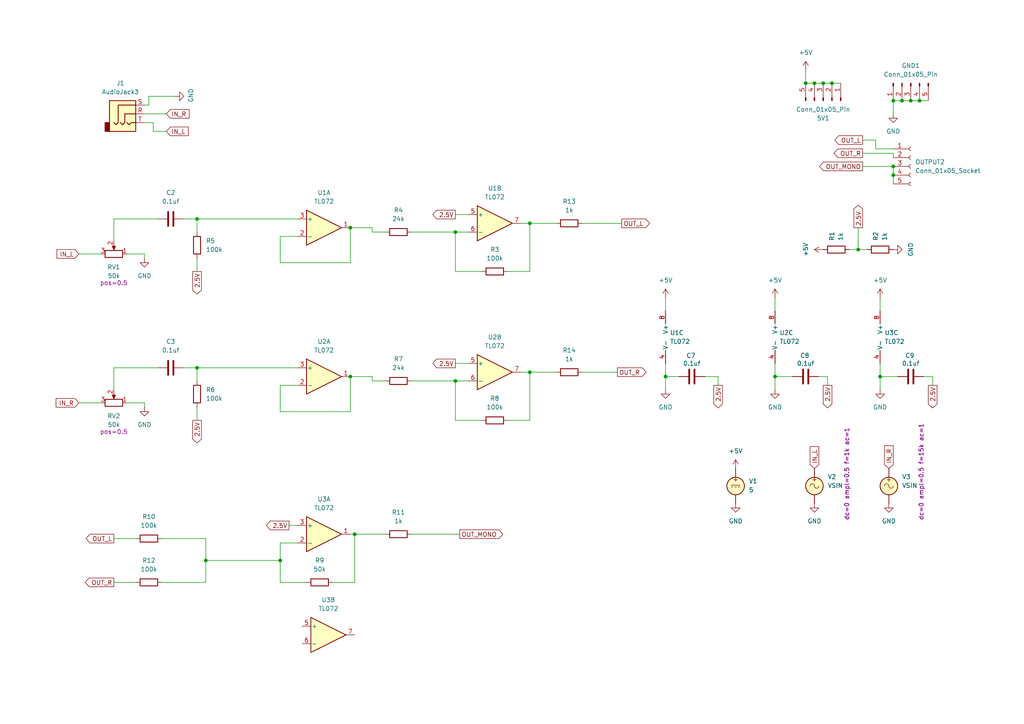
<source format=kicad_sch>
(kicad_sch (version 20231120) (generator "eeschema") (generator_version "8.0")
  (paper "A4")
  (lib_symbols
    (symbol "Amplifier_Operational:TL072" (pin_names (offset 0.127))
      (property "Reference" "U" (at 0 5.08 0))
      (property "Value" "TL072" (at 0 -5.08 0))
      (symbol "TL072_1_1"
        (polyline (pts (xy -5.08 5.08) (xy 5.08 0) (xy -5.08 -5.08) (xy -5.08 5.08)) (stroke (width 0.254)) (fill (type background)))
        (pin output line (at 7.62 0 180) (length 2.54) (name "~") (number "1"))
        (pin input line (at -7.62 -2.54 0) (length 2.54) (name "-") (number "2"))
        (pin input line (at -7.62 2.54 0) (length 2.54) (name "+") (number "3"))
      )
      (symbol "TL072_2_1"
        (polyline (pts (xy -5.08 5.08) (xy 5.08 0) (xy -5.08 -5.08) (xy -5.08 5.08)) (stroke (width 0.254)) (fill (type background)))
        (pin input line (at -7.62 2.54 0) (length 2.54) (name "+") (number "5"))
        (pin input line (at -7.62 -2.54 0) (length 2.54) (name "-") (number "6"))
        (pin output line (at 7.62 0 180) (length 2.54) (name "~") (number "7"))
      )
      (symbol "TL072_3_1"
        (pin power_in line (at -2.54 -7.62 90) (length 3.81) (name "V-") (number "4"))
        (pin power_in line (at -2.54 7.62 270) (length 3.81) (name "V+") (number "8"))
      )
    )
    (symbol "Connector:Conn_01x05_Pin" (pin_names (offset 1.016) hide)
      (property "Reference" "J" (at 0 7.62 0))
      (property "Value" "Conn_01x05_Pin" (at 0 -7.62 0))
      (symbol "Conn_01x05_Pin_1_1"
        (polyline (pts (xy 1.27 -5.08) (xy 0.8636 -5.08)) (stroke (width 0.1524)))
        (polyline (pts (xy 1.27 -2.54) (xy 0.8636 -2.54)) (stroke (width 0.1524)))
        (polyline (pts (xy 1.27 0) (xy 0.8636 0)) (stroke (width 0.1524)))
        (polyline (pts (xy 1.27 2.54) (xy 0.8636 2.54)) (stroke (width 0.1524)))
        (polyline (pts (xy 1.27 5.08) (xy 0.8636 5.08)) (stroke (width 0.1524)))
        (rectangle (start 0.8636 -4.953) (end 0 -5.207) (stroke (width 0.1524)) (fill (type outline)))
        (rectangle (start 0.8636 -2.413) (end 0 -2.667) (stroke (width 0.1524)) (fill (type outline)))
        (rectangle (start 0.8636 0.127) (end 0 -0.127) (stroke (width 0.1524)) (fill (type outline)))
        (rectangle (start 0.8636 2.667) (end 0 2.413) (stroke (width 0.1524)) (fill (type outline)))
        (rectangle (start 0.8636 5.207) (end 0 4.953) (stroke (width 0.1524)) (fill (type outline)))
        (pin passive line (at 5.08 5.08 180) (length 3.81) (name "Pin_1") (number "1"))
        (pin passive line (at 5.08 2.54 180) (length 3.81) (name "Pin_2") (number "2"))
        (pin passive line (at 5.08 0 180) (length 3.81) (name "Pin_3") (number "3"))
        (pin passive line (at 5.08 -2.54 180) (length 3.81) (name "Pin_4") (number "4"))
        (pin passive line (at 5.08 -5.08 180) (length 3.81) (name "Pin_5") (number "5"))
      )
    )
    (symbol "Connector:Conn_01x05_Socket" (pin_names (offset 1.016) hide)
      (property "Reference" "J" (at 0 7.62 0))
      (property "Value" "Conn_01x05_Socket" (at 0 -7.62 0))
      (symbol "Conn_01x05_Socket_1_1"
        (arc (start 0 -4.572) (mid -0.5058 -5.08) (end 0 -5.588) (stroke (width 0.1524)))
        (arc (start 0 -2.032) (mid -0.5058 -2.54) (end 0 -3.048) (stroke (width 0.1524)))
        (polyline (pts (xy -1.27 -5.08) (xy -0.508 -5.08)) (stroke (width 0.1524)))
        (polyline (pts (xy -1.27 -2.54) (xy -0.508 -2.54)) (stroke (width 0.1524)))
        (polyline (pts (xy -1.27 0) (xy -0.508 0)) (stroke (width 0.1524)))
        (polyline (pts (xy -1.27 2.54) (xy -0.508 2.54)) (stroke (width 0.1524)))
        (polyline (pts (xy -1.27 5.08) (xy -0.508 5.08)) (stroke (width 0.1524)))
        (arc (start 0 0.508) (mid -0.5058 0) (end 0 -0.508) (stroke (width 0.1524)))
        (arc (start 0 3.048) (mid -0.5058 2.54) (end 0 2.032) (stroke (width 0.1524)))
        (arc (start 0 5.588) (mid -0.5058 5.08) (end 0 4.572) (stroke (width 0.1524)))
        (pin passive line (at -5.08 5.08 0) (length 3.81) (name "Pin_1") (number "1"))
        (pin passive line (at -5.08 2.54 0) (length 3.81) (name "Pin_2") (number "2"))
        (pin passive line (at -5.08 0 0) (length 3.81) (name "Pin_3") (number "3"))
        (pin passive line (at -5.08 -2.54 0) (length 3.81) (name "Pin_4") (number "4"))
        (pin passive line (at -5.08 -5.08 0) (length 3.81) (name "Pin_5") (number "5"))
      )
    )
    (symbol "Connector_Audio:AudioJack3"
      (property "Reference" "J" (at 0 8.89 0))
      (property "Value" "AudioJack3" (at 0 6.35 0))
      (symbol "AudioJack3_0_1"
        (rectangle (start -5.08 -5.08) (end -6.35 -2.54) (stroke (width 0.254)) (fill (type outline)))
        (polyline (pts (xy 0 -2.54) (xy 0.635 -3.175) (xy 1.27 -2.54) (xy 2.54 -2.54)) (stroke (width 0.254)))
        (polyline (pts (xy -1.905 -2.54) (xy -1.27 -3.175) (xy -0.635 -2.54) (xy -0.635 0) (xy 2.54 0)) (stroke (width 0.254)))
        (polyline (pts (xy 2.54 2.54) (xy -2.54 2.54) (xy -2.54 -2.54) (xy -3.175 -3.175) (xy -3.81 -2.54)) (stroke (width 0.254)))
        (rectangle (start 2.54 3.81) (end -5.08 -5.08) (stroke (width 0.254)) (fill (type background)))
      )
      (symbol "AudioJack3_1_1"
        (pin passive line (at 5.08 0 180) (length 2.54) (name "~") (number "R"))
        (pin passive line (at 5.08 2.54 180) (length 2.54) (name "~") (number "S"))
        (pin passive line (at 5.08 -2.54 180) (length 2.54) (name "~") (number "T"))
      )
    )
    (symbol "Device:C" (pin_numbers hide) (pin_names (offset 0.254))
      (property "Reference" "C" (at 0.635 2.54 0))
      (property "Value" "C" (at 0.635 -2.54 0))
      (symbol "C_0_1"
        (polyline (pts (xy -2.032 -0.762) (xy 2.032 -0.762)) (stroke (width 0.508)))
        (polyline (pts (xy -2.032 0.762) (xy 2.032 0.762)) (stroke (width 0.508)))
      )
      (symbol "C_1_1"
        (pin passive line (at 0 3.81 270) (length 2.794) (name "~") (number "1"))
        (pin passive line (at 0 -3.81 90) (length 2.794) (name "~") (number "2"))
      )
    )
    (symbol "Device:R" (pin_numbers hide) (pin_names (offset 0))
      (property "Reference" "R" (at 2.032 0 90))
      (property "Value" "R" (at 0 0 90))
      (symbol "R_0_1"
        (rectangle (start -1.016 -2.54) (end 1.016 2.54) (stroke (width 0.254)))
      )
      (symbol "R_1_1"
        (pin passive line (at 0 3.81 270) (length 1.27) (name "~") (number "1"))
        (pin passive line (at 0 -3.81 90) (length 1.27) (name "~") (number "2"))
      )
    )
    (symbol "Device:R_Potentiometer" (pin_names (offset 1.016) hide)
      (property "Reference" "RV" (at -4.445 0 90))
      (property "Value" "R_Potentiometer" (at -2.54 0 90))
      (symbol "R_Potentiometer_0_1"
        (polyline (pts (xy 2.54 0) (xy 1.524 0)))
        (polyline (pts (xy 1.143 0) (xy 2.286 0.508) (xy 2.286 -0.508) (xy 1.143 0)) (fill (type outline)))
        (rectangle (start 1.016 2.54) (end -1.016 -2.54) (stroke (width 0.254)))
      )
      (symbol "R_Potentiometer_1_1"
        (pin passive line (at 0 3.81 270) (length 1.27) (name "1") (number "1"))
        (pin passive line (at 3.81 0 180) (length 1.27) (name "2") (number "2"))
        (pin passive line (at 0 -3.81 90) (length 1.27) (name "3") (number "3"))
      )
    )
    (symbol "Simulation_SPICE:VDC" (pin_numbers hide) (pin_names (offset 0.0254))
      (property "Reference" "V" (at 2.54 2.54 0))
      (property "Value" "1" (at 2.54 0 0))
      (symbol "VDC_0_0"
        (polyline (pts (xy -1.27 0.254) (xy 1.27 0.254)))
        (polyline (pts (xy -0.762 -0.254) (xy -1.27 -0.254)))
        (polyline (pts (xy 0.254 -0.254) (xy -0.254 -0.254)))
        (polyline (pts (xy 1.27 -0.254) (xy 0.762 -0.254)))
        (text "+" (at 0 1.905 0) (effects (font (size 1.27 1.27))))
      )
      (symbol "VDC_0_1"
        (circle (center 0 0) (radius 2.54) (stroke (width 0.254)) (fill (type background)))
      )
      (symbol "VDC_1_1"
        (pin passive line (at 0 5.08 270) (length 2.54) (name "~") (number "1"))
        (pin passive line (at 0 -5.08 90) (length 2.54) (name "~") (number "2"))
      )
    )
    (symbol "Simulation_SPICE:VSIN" (pin_numbers hide) (pin_names (offset 0.0254))
      (property "Reference" "V" (at 2.54 2.54 0))
      (property "Value" "VSIN" (at 2.54 0 0))
      (property "Sim.Params" "dc=0 ampl=1 f=1k ac=1" (at 2.54 -2.54 0))
      (symbol "VSIN_0_0"
        (arc (start 0 0) (mid -0.635 0.6323) (end -1.27 0))
        (arc (start 0 0) (mid 0.635 -0.6323) (end 1.27 0))
        (text "+" (at 0 1.905 0) (effects (font (size 1.27 1.27))))
      )
      (symbol "VSIN_0_1"
        (circle (center 0 0) (radius 2.54) (stroke (width 0.254)) (fill (type background)))
      )
      (symbol "VSIN_1_1"
        (pin passive line (at 0 5.08 270) (length 2.54) (name "~") (number "1"))
        (pin passive line (at 0 -5.08 90) (length 2.54) (name "~") (number "2"))
      )
    )
    (symbol "power:+5V" (power) (pin_numbers hide) (pin_names (offset 0) hide)
      (property "Value" "+5V" (at 0 3.556 0))
      (symbol "+5V_0_1"
        (polyline (pts (xy -0.762 1.27) (xy 0 2.54)))
        (polyline (pts (xy 0 0) (xy 0 2.54)))
        (polyline (pts (xy 0 2.54) (xy 0.762 1.27)))
      )
      (symbol "+5V_1_1"
        (pin power_in line (at 0 0 90) (length 0) (name "~") (number "1"))
      )
    )
    (symbol "power:GND" (power) (pin_numbers hide) (pin_names (offset 0) hide)
      (property "Value" "GND" (at 0 -3.81 0))
      (symbol "GND_0_1"
        (polyline (pts (xy 0 0) (xy 0 -1.27) (xy 1.27 -1.27) (xy 0 -2.54) (xy -1.27 -1.27) (xy 0 -1.27)))
      )
      (symbol "GND_1_1"
        (pin power_in line (at 0 0 270) (length 0) (name "~") (number "1"))
      )
    )
  )
  (junction (at 132.08 67.31))
  (junction (at 248.92 72.39))
  (junction (at 224.79 109.22))
  (junction (at 193.04 109.22))
  (junction (at 261.62 29.21))
  (junction (at 255.27 109.22))
  (junction (at 233.68 24.13))
  (junction (at 266.7 29.21))
  (junction (at 101.6 66.04))
  (junction (at 59.69 162.56))
  (junction (at 132.08 110.49))
  (junction (at 102.87 154.94))
  (junction (at 81.28 162.56))
  (junction (at 236.22 24.13))
  (junction (at 259.08 50.8))
  (junction (at 57.15 63.5))
  (junction (at 264.16 29.21))
  (junction (at 241.3 24.13))
  (junction (at 259.08 48.26))
  (junction (at 57.15 106.68))
  (junction (at 153.67 64.77))
  (junction (at 153.67 107.95))
  (junction (at 101.6 109.22))
  (junction (at 238.76 24.13))
  (junction (at 259.08 29.21))
  (wire (pts (xy 147.32 78.74) (xy 153.67 78.74)))
  (wire (pts (xy 44.45 35.56) (xy 41.91 35.56)))
  (wire (pts (xy 270.51 109.22) (xy 270.51 111.76)))
  (wire (pts (xy 59.69 156.21) (xy 59.69 162.56)))
  (wire (pts (xy 59.69 162.56) (xy 81.28 162.56)))
  (wire (pts (xy 59.69 162.56) (xy 59.69 168.91)))
  (wire (pts (xy 119.38 154.94) (xy 133.35 154.94)))
  (wire (pts (xy 237.49 109.22) (xy 240.03 109.22)))
  (wire (pts (xy 255.27 109.22) (xy 260.35 109.22)))
  (wire (pts (xy 81.28 162.56) (xy 81.28 168.91)))
  (wire (pts (xy 107.95 67.31) (xy 107.95 66.04)))
  (wire (pts (xy 248.92 72.39) (xy 248.92 66.04)))
  (wire (pts (xy 250.19 48.26) (xy 259.08 48.26)))
  (wire (pts (xy 204.47 109.22) (xy 208.28 109.22)))
  (wire (pts (xy 111.76 67.31) (xy 107.95 67.31)))
  (wire (pts (xy 43.18 27.94) (xy 43.18 30.48)))
  (wire (pts (xy 153.67 64.77) (xy 161.29 64.77)))
  (wire (pts (xy 43.18 30.48) (xy 41.91 30.48)))
  (wire (pts (xy 102.87 168.91) (xy 102.87 154.94)))
  (wire (pts (xy 119.38 110.49) (xy 132.08 110.49)))
  (wire (pts (xy 139.7 121.92) (xy 132.08 121.92)))
  (wire (pts (xy 81.28 76.2) (xy 81.28 68.58)))
  (wire (pts (xy 233.68 24.13) (xy 236.22 24.13)))
  (wire (pts (xy 246.38 72.39) (xy 248.92 72.39)))
  (wire (pts (xy 57.15 118.11) (xy 57.15 121.92)))
  (wire (pts (xy 168.91 64.77) (xy 180.34 64.77)))
  (wire (pts (xy 132.08 121.92) (xy 132.08 110.49)))
  (wire (pts (xy 240.03 109.22) (xy 240.03 111.76)))
  (wire (pts (xy 224.79 86.36) (xy 224.79 90.17)))
  (wire (pts (xy 45.72 63.5) (xy 33.02 63.5)))
  (wire (pts (xy 96.52 168.91) (xy 102.87 168.91)))
  (wire (pts (xy 224.79 113.03) (xy 224.79 109.22)))
  (wire (pts (xy 22.86 116.84) (xy 29.21 116.84)))
  (wire (pts (xy 132.08 110.49) (xy 135.89 110.49)))
  (wire (pts (xy 147.32 121.92) (xy 153.67 121.92)))
  (wire (pts (xy 46.99 168.91) (xy 59.69 168.91)))
  (wire (pts (xy 248.92 72.39) (xy 251.46 72.39)))
  (wire (pts (xy 233.68 20.32) (xy 233.68 24.13)))
  (wire (pts (xy 266.7 29.21) (xy 269.24 29.21)))
  (wire (pts (xy 254 43.18) (xy 259.08 43.18)))
  (wire (pts (xy 41.91 33.02) (xy 48.26 33.02)))
  (wire (pts (xy 101.6 109.22) (xy 101.6 119.38)))
  (wire (pts (xy 193.04 109.22) (xy 196.85 109.22)))
  (wire (pts (xy 259.08 44.45) (xy 259.08 45.72)))
  (wire (pts (xy 259.08 29.21) (xy 261.62 29.21)))
  (wire (pts (xy 101.6 154.94) (xy 102.87 154.94)))
  (wire (pts (xy 57.15 106.68) (xy 57.15 110.49)))
  (wire (pts (xy 153.67 107.95) (xy 161.29 107.95)))
  (wire (pts (xy 259.08 29.21) (xy 259.08 33.02)))
  (wire (pts (xy 259.08 48.26) (xy 259.08 50.8)))
  (wire (pts (xy 107.95 66.04) (xy 101.6 66.04)))
  (wire (pts (xy 81.28 111.76) (xy 86.36 111.76)))
  (wire (pts (xy 254 40.64) (xy 254 43.18)))
  (wire (pts (xy 151.13 64.77) (xy 153.67 64.77)))
  (wire (pts (xy 107.95 110.49) (xy 107.95 109.22)))
  (wire (pts (xy 81.28 119.38) (xy 81.28 111.76)))
  (wire (pts (xy 41.91 73.66) (xy 41.91 74.93)))
  (wire (pts (xy 236.22 24.13) (xy 238.76 24.13)))
  (wire (pts (xy 153.67 78.74) (xy 153.67 64.77)))
  (wire (pts (xy 81.28 157.48) (xy 86.36 157.48)))
  (wire (pts (xy 102.87 154.94) (xy 111.76 154.94)))
  (wire (pts (xy 81.28 68.58) (xy 86.36 68.58)))
  (wire (pts (xy 88.9 168.91) (xy 81.28 168.91)))
  (wire (pts (xy 132.08 62.23) (xy 135.89 62.23)))
  (wire (pts (xy 107.95 109.22) (xy 101.6 109.22)))
  (wire (pts (xy 264.16 29.21) (xy 266.7 29.21)))
  (wire (pts (xy 241.3 24.13) (xy 243.84 24.13)))
  (wire (pts (xy 151.13 107.95) (xy 153.67 107.95)))
  (wire (pts (xy 238.76 24.13) (xy 241.3 24.13)))
  (wire (pts (xy 132.08 78.74) (xy 132.08 67.31)))
  (wire (pts (xy 44.45 38.1) (xy 44.45 35.56)))
  (wire (pts (xy 259.08 50.8) (xy 259.08 53.34)))
  (wire (pts (xy 36.83 73.66) (xy 41.91 73.66)))
  (wire (pts (xy 255.27 86.36) (xy 255.27 90.17)))
  (wire (pts (xy 255.27 109.22) (xy 255.27 105.41)))
  (wire (pts (xy 36.83 116.84) (xy 41.91 116.84)))
  (wire (pts (xy 255.27 113.03) (xy 255.27 109.22)))
  (wire (pts (xy 57.15 63.5) (xy 86.36 63.5)))
  (wire (pts (xy 132.08 105.41) (xy 135.89 105.41)))
  (wire (pts (xy 83.82 152.4) (xy 86.36 152.4)))
  (wire (pts (xy 208.28 109.22) (xy 208.28 111.76)))
  (wire (pts (xy 46.99 156.21) (xy 59.69 156.21)))
  (wire (pts (xy 193.04 109.22) (xy 193.04 105.41)))
  (wire (pts (xy 101.6 66.04) (xy 101.6 76.2)))
  (wire (pts (xy 224.79 109.22) (xy 224.79 105.41)))
  (wire (pts (xy 53.34 63.5) (xy 57.15 63.5)))
  (wire (pts (xy 33.02 63.5) (xy 33.02 69.85)))
  (wire (pts (xy 57.15 63.5) (xy 57.15 67.31)))
  (wire (pts (xy 22.86 73.66) (xy 29.21 73.66)))
  (wire (pts (xy 33.02 168.91) (xy 39.37 168.91)))
  (wire (pts (xy 267.97 109.22) (xy 270.51 109.22)))
  (wire (pts (xy 250.19 40.64) (xy 254 40.64)))
  (wire (pts (xy 111.76 110.49) (xy 107.95 110.49)))
  (wire (pts (xy 224.79 109.22) (xy 229.87 109.22)))
  (wire (pts (xy 101.6 119.38) (xy 81.28 119.38)))
  (wire (pts (xy 33.02 106.68) (xy 33.02 113.03)))
  (wire (pts (xy 33.02 156.21) (xy 39.37 156.21)))
  (wire (pts (xy 53.34 106.68) (xy 57.15 106.68)))
  (wire (pts (xy 119.38 67.31) (xy 132.08 67.31)))
  (wire (pts (xy 250.19 44.45) (xy 259.08 44.45)))
  (wire (pts (xy 193.04 86.36) (xy 193.04 90.17)))
  (wire (pts (xy 57.15 74.93) (xy 57.15 78.74)))
  (wire (pts (xy 153.67 121.92) (xy 153.67 107.95)))
  (wire (pts (xy 101.6 76.2) (xy 81.28 76.2)))
  (wire (pts (xy 41.91 116.84) (xy 41.91 118.11)))
  (wire (pts (xy 139.7 78.74) (xy 132.08 78.74)))
  (wire (pts (xy 45.72 106.68) (xy 33.02 106.68)))
  (wire (pts (xy 193.04 113.03) (xy 193.04 109.22)))
  (wire (pts (xy 81.28 157.48) (xy 81.28 162.56)))
  (wire (pts (xy 57.15 106.68) (xy 86.36 106.68)))
  (wire (pts (xy 168.91 107.95) (xy 179.07 107.95)))
  (wire (pts (xy 261.62 29.21) (xy 264.16 29.21)))
  (wire (pts (xy 50.8 27.94) (xy 43.18 27.94)))
  (wire (pts (xy 48.26 38.1) (xy 44.45 38.1)))
  (wire (pts (xy 132.08 67.31) (xy 135.89 67.31)))
  (global_label "OUT_R" (shape output) (at 250.19 44.45 180) (property "Intersheetrefs" "${INTERSHEET_REFS}" (effects (hide yes))))
  (global_label "2.5V" (shape output) (at 57.15 78.74 270) (property "Intersheetrefs" "${INTERSHEET_REFS}" (effects (hide yes))))
  (global_label "OUT_L" (shape output) (at 180.34 64.77 0) (property "Intersheetrefs" "${INTERSHEET_REFS}" (effects (hide yes))))
  (global_label "IN_R" (shape input) (at 257.81 135.89 90) (property "Intersheetrefs" "${INTERSHEET_REFS}" (effects (hide yes))))
  (global_label "2.5V" (shape output) (at 248.92 66.04 90) (property "Intersheetrefs" "${INTERSHEET_REFS}" (effects (hide yes))))
  (global_label "OUT_R" (shape output) (at 179.07 107.95 0) (property "Intersheetrefs" "${INTERSHEET_REFS}" (effects (hide yes))))
  (global_label "IN_R" (shape input) (at 22.86 116.84 180) (property "Intersheetrefs" "${INTERSHEET_REFS}" (effects (hide yes))))
  (global_label "2.5V" (shape output) (at 270.51 111.76 270) (property "Intersheetrefs" "${INTERSHEET_REFS}" (effects (hide yes))))
  (global_label "OUT_MONO" (shape output) (at 133.35 154.94 0) (property "Intersheetrefs" "${INTERSHEET_REFS}" (effects (hide yes))))
  (global_label "IN_L" (shape input) (at 48.26 38.1 0) (property "Intersheetrefs" "${INTERSHEET_REFS}" (effects (hide yes))))
  (global_label "2.5V" (shape output) (at 240.03 111.76 270) (property "Intersheetrefs" "${INTERSHEET_REFS}" (effects (hide yes))))
  (global_label "2.5V" (shape output) (at 57.15 121.92 270) (property "Intersheetrefs" "${INTERSHEET_REFS}" (effects (hide yes))))
  (global_label "IN_L" (shape input) (at 22.86 73.66 180) (property "Intersheetrefs" "${INTERSHEET_REFS}" (effects (hide yes))))
  (global_label "2.5V" (shape output) (at 132.08 105.41 180) (property "Intersheetrefs" "${INTERSHEET_REFS}" (effects (hide yes))))
  (global_label "OUT_R" (shape output) (at 33.02 168.91 180) (property "Intersheetrefs" "${INTERSHEET_REFS}" (effects (hide yes))))
  (global_label "IN_L" (shape input) (at 236.22 135.89 90) (property "Intersheetrefs" "${INTERSHEET_REFS}" (effects (hide yes))))
  (global_label "OUT_L" (shape output) (at 250.19 40.64 180) (property "Intersheetrefs" "${INTERSHEET_REFS}" (effects (hide yes))))
  (global_label "OUT_MONO" (shape output) (at 250.19 48.26 180) (property "Intersheetrefs" "${INTERSHEET_REFS}" (effects (hide yes))))
  (global_label "2.5V" (shape output) (at 208.28 111.76 270) (property "Intersheetrefs" "${INTERSHEET_REFS}" (effects (hide yes))))
  (global_label "2.5V" (shape output) (at 132.08 62.23 180) (property "Intersheetrefs" "${INTERSHEET_REFS}" (effects (hide yes))))
  (global_label "2.5V" (shape output) (at 83.82 152.4 180) (property "Intersheetrefs" "${INTERSHEET_REFS}" (effects (hide yes))))
  (global_label "IN_R" (shape input) (at 48.26 33.02 0) (property "Intersheetrefs" "${INTERSHEET_REFS}" (effects (hide yes))))
  (global_label "OUT_L" (shape output) (at 33.02 156.21 180) (property "Intersheetrefs" "${INTERSHEET_REFS}" (effects (hide yes))))
  (symbol (lib_id "Simulation_SPICE:VSIN") (at 236.22 140.97 0) (unit 1) (in_bom no)
    (property "Reference" "V2" (at 240.03 138.3001 0) (effects (justify left)))
    (property "Value" "VSIN" (at 240.03 140.8401 0) (effects (justify left)))
    (property "Datasheet" "https://ngspice.sourceforge.io/docs/ngspice-html-manual/manual.xhtml#sec_Independent_Sources_for" (effects (hide yes)))
    (property "Description" "Voltage source, sinusoidal" (effects (hide yes)))
    (property "Sim.Pins" "1=+ 2=-" (effects (hide yes)))
    (property "Sim.Params" "dc=0 ampl=0.5 f=1k ac=1" (at 245.618 150.876 90) (effects (justify left)))
    (property "Sim.Type" "SIN" (effects (hide yes)))
    (property "Sim.Device" "V" (effects (hide yes)))
  )
  (symbol (lib_id "Simulation_SPICE:VSIN") (at 257.81 140.97 0) (unit 1) (in_bom no)
    (property "Reference" "V3" (at 261.62 138.3001 0) (effects (justify left)))
    (property "Value" "VSIN" (at 261.62 140.8401 0) (effects (justify left)))
    (property "Datasheet" "https://ngspice.sourceforge.io/docs/ngspice-html-manual/manual.xhtml#sec_Independent_Sources_for" (effects (hide yes)))
    (property "Description" "Voltage source, sinusoidal" (effects (hide yes)))
    (property "Sim.Pins" "1=+ 2=-" (effects (hide yes)))
    (property "Sim.Params" "dc=0 ampl=0.5 f=15k ac=1" (at 267.208 150.876 90) (effects (justify left)))
    (property "Sim.Type" "SIN" (effects (hide yes)))
    (property "Sim.Device" "V" (effects (hide yes)))
  )
  (symbol (lib_id "power:GND") (at 255.27 113.03 0) (unit 1)
    (property "Reference" "#PWR017" (effects (hide yes)))
    (property "Value" "GND" (at 255.27 118.11 0))
    (property "Description" "Power symbol creates a global label with name \"GND\" , ground" (effects (hide yes)))
  )
  (symbol (lib_id "power:+5V") (at 233.68 20.32 0) (unit 1)
    (property "Reference" "#PWR02" (effects (hide yes)))
    (property "Value" "+5V" (at 233.68 15.24 0))
    (property "Description" "Power symbol creates a global label with name \"+5V\"" (effects (hide yes)))
  )
  (symbol (lib_id "Device:R") (at 43.18 168.91 90) (unit 1)
    (property "Reference" "R12" (at 43.18 162.56 90))
    (property "Value" "100k" (at 43.18 165.1 90))
    (property "Footprint" "Resistor_SMD:R_0402_1005Metric" (effects (hide yes)))
    (property "Description" "Resistor" (effects (hide yes)))
  )
  (symbol (lib_id "power:GND") (at 193.04 113.03 0) (unit 1)
    (property "Reference" "#PWR06" (effects (hide yes)))
    (property "Value" "GND" (at 193.04 118.11 0))
    (property "Description" "Power symbol creates a global label with name \"GND\" , ground" (effects (hide yes)))
  )
  (symbol (lib_id "Connector:Conn_01x05_Pin") (at 238.76 29.21 270) (mirror x) (unit 1) (exclude_from_sim yes)
    (property "Reference" "5V1" (at 238.76 34.29 90))
    (property "Value" "Conn_01x05_Pin" (at 238.76 31.75 90))
    (property "Footprint" "Connector_PinHeader_2.54mm:PinHeader_1x05_P2.54mm_Vertical" (effects (hide yes)))
    (property "Description" "Generic connector, single row, 01x05, script generated" (effects (hide yes)))
  )
  (symbol (lib_id "Amplifier_Operational:TL072") (at 195.58 97.79 0) (unit 3)
    (property "Reference" "U1" (at 194.31 96.5199 0) (effects (justify left)))
    (property "Value" "TL072" (at 194.31 99.0599 0) (effects (justify left)))
    (property "Footprint" "Package_SO:SOIC-8-1EP_3.9x4.9mm_P1.27mm_EP2.29x3mm" (effects (hide yes)))
    (property "Datasheet" "http://www.ti.com/lit/ds/symlink/tl071.pdf" (effects (hide yes)))
    (property "Description" "Dual Low-Noise JFET-Input Operational Amplifiers, DIP-8/SOIC-8" (effects (hide yes)))
    (property "Sim.Library" "/Users/arunoda/data/projects/kicad-splice-models/TL072_DUAL.lib" (effects (hide yes)))
    (property "Sim.Name" "TL072_DUAL" (effects (hide yes)))
    (property "Sim.Device" "SUBCKT" (effects (hide yes)))
    (property "Sim.Pins" "1=1 2=2 3=3 4=4 5=5 6=6 7=7 8=8" (effects (hide yes)))
  )
  (symbol (lib_id "Amplifier_Operational:TL072") (at 93.98 154.94 0) (unit 1)
    (property "Reference" "U3" (at 93.98 144.78 0))
    (property "Value" "TL072" (at 93.98 147.32 0))
    (property "Footprint" "Package_SO:SOIC-8-1EP_3.9x4.9mm_P1.27mm_EP2.29x3mm" (effects (hide yes)))
    (property "Datasheet" "http://www.ti.com/lit/ds/symlink/tl071.pdf" (effects (hide yes)))
    (property "Description" "Dual Low-Noise JFET-Input Operational Amplifiers, DIP-8/SOIC-8" (effects (hide yes)))
    (property "Sim.Library" "/Users/arunoda/data/projects/kicad-splice-models/TL072_DUAL.lib" (effects (hide yes)))
    (property "Sim.Name" "TL072_DUAL" (effects (hide yes)))
    (property "Sim.Device" "SUBCKT" (effects (hide yes)))
    (property "Sim.Pins" "1=1 2=2 3=3 4=4 5=5 6=6 7=7 8=8" (effects (hide yes)))
  )
  (symbol (lib_id "power:+5V") (at 213.36 135.89 0) (unit 1)
    (property "Reference" "#PWR08" (effects (hide yes)))
    (property "Value" "+5V" (at 213.36 130.81 0))
    (property "Description" "Power symbol creates a global label with name \"+5V\"" (effects (hide yes)))
  )
  (symbol (lib_id "power:+5V") (at 224.79 86.36 0) (unit 1)
    (property "Reference" "#PWR012" (effects (hide yes)))
    (property "Value" "+5V" (at 224.79 81.28 0))
    (property "Description" "Power symbol creates a global label with name \"+5V\"" (effects (hide yes)))
  )
  (symbol (lib_id "Device:C") (at 264.16 109.22 90) (unit 1)
    (property "Reference" "C9" (at 263.906 103.124 90))
    (property "Value" "0.1uf" (at 264.16 105.41 90))
    (property "Footprint" "Capacitor_SMD:C_0402_1005Metric" (effects (hide yes)))
    (property "Description" "Unpolarized capacitor" (effects (hide yes)))
  )
  (symbol (lib_id "Simulation_SPICE:VDC") (at 213.36 140.97 0) (unit 1) (in_bom no)
    (property "Reference" "V1" (at 217.17 139.5701 0) (effects (justify left)))
    (property "Value" "5" (at 217.17 142.1101 0) (effects (justify left)))
    (property "Datasheet" "https://ngspice.sourceforge.io/docs/ngspice-html-manual/manual.xhtml#sec_Independent_Sources_for" (effects (hide yes)))
    (property "Description" "Voltage source, DC" (effects (hide yes)))
    (property "Sim.Pins" "1=+ 2=-" (effects (hide yes)))
    (property "Sim.Type" "DC" (effects (hide yes)))
    (property "Sim.Device" "V" (effects (hide yes)))
  )
  (symbol (lib_id "Device:R") (at 57.15 114.3 0) (unit 1)
    (property "Reference" "R6" (at 59.69 113.0299 0) (effects (justify left)))
    (property "Value" "100k" (at 59.69 115.5699 0) (effects (justify left)))
    (property "Footprint" "Resistor_SMD:R_0402_1005Metric" (effects (hide yes)))
    (property "Description" "Resistor" (effects (hide yes)))
  )
  (symbol (lib_id "power:+5V") (at 255.27 86.36 0) (unit 1)
    (property "Reference" "#PWR016" (effects (hide yes)))
    (property "Value" "+5V" (at 255.27 81.28 0))
    (property "Description" "Power symbol creates a global label with name \"+5V\"" (effects (hide yes)))
  )
  (symbol (lib_id "Amplifier_Operational:TL072") (at 227.33 97.79 0) (unit 3)
    (property "Reference" "U2" (at 226.06 96.5199 0) (effects (justify left)))
    (property "Value" "TL072" (at 226.06 99.0599 0) (effects (justify left)))
    (property "Footprint" "Package_SO:SOIC-8-1EP_3.9x4.9mm_P1.27mm_EP2.29x3mm" (effects (hide yes)))
    (property "Datasheet" "http://www.ti.com/lit/ds/symlink/tl071.pdf" (effects (hide yes)))
    (property "Description" "Dual Low-Noise JFET-Input Operational Amplifiers, DIP-8/SOIC-8" (effects (hide yes)))
    (property "Sim.Library" "/Users/arunoda/data/projects/kicad-splice-models/TL072_DUAL.lib" (effects (hide yes)))
    (property "Sim.Name" "TL072_DUAL" (effects (hide yes)))
    (property "Sim.Device" "SUBCKT" (effects (hide yes)))
    (property "Sim.Pins" "1=1 2=2 3=3 4=4 5=5 6=6 7=7 8=8" (effects (hide yes)))
  )
  (symbol (lib_id "Device:R") (at 165.1 64.77 90) (unit 1)
    (property "Reference" "R13" (at 165.1 58.42 90))
    (property "Value" "1k" (at 165.1 60.96 90))
    (property "Footprint" "Resistor_SMD:R_0402_1005Metric" (effects (hide yes)))
    (property "Description" "Resistor" (effects (hide yes)))
  )
  (symbol (lib_id "power:GND") (at 259.08 33.02 0) (unit 1)
    (property "Reference" "#PWR05" (effects (hide yes)))
    (property "Value" "GND" (at 259.08 38.1 0))
    (property "Description" "Power symbol creates a global label with name \"GND\" , ground" (effects (hide yes)))
  )
  (symbol (lib_id "Device:C") (at 200.66 109.22 90) (unit 1)
    (property "Reference" "C7" (at 200.406 103.124 90))
    (property "Value" "0.1uf" (at 200.66 105.41 90))
    (property "Footprint" "Capacitor_SMD:C_0402_1005Metric" (effects (hide yes)))
    (property "Description" "Unpolarized capacitor" (effects (hide yes)))
  )
  (symbol (lib_id "Amplifier_Operational:TL072") (at 93.98 109.22 0) (unit 1)
    (property "Reference" "U2" (at 93.98 99.06 0))
    (property "Value" "TL072" (at 93.98 101.6 0))
    (property "Footprint" "Package_SO:SOIC-8-1EP_3.9x4.9mm_P1.27mm_EP2.29x3mm" (effects (hide yes)))
    (property "Datasheet" "http://www.ti.com/lit/ds/symlink/tl071.pdf" (effects (hide yes)))
    (property "Description" "Dual Low-Noise JFET-Input Operational Amplifiers, DIP-8/SOIC-8" (effects (hide yes)))
    (property "Sim.Library" "/Users/arunoda/data/projects/kicad-splice-models/TL072_DUAL.lib" (effects (hide yes)))
    (property "Sim.Name" "TL072_DUAL" (effects (hide yes)))
    (property "Sim.Device" "SUBCKT" (effects (hide yes)))
    (property "Sim.Pins" "1=1 2=2 3=3 4=4 5=5 6=6 7=7 8=8" (effects (hide yes)))
  )
  (symbol (lib_id "Amplifier_Operational:TL072") (at 95.25 184.15 0) (unit 2)
    (property "Reference" "U3" (at 95.25 173.99 0))
    (property "Value" "TL072" (at 95.25 176.53 0))
    (property "Footprint" "Package_SO:SOIC-8-1EP_3.9x4.9mm_P1.27mm_EP2.29x3mm" (effects (hide yes)))
    (property "Datasheet" "http://www.ti.com/lit/ds/symlink/tl071.pdf" (effects (hide yes)))
    (property "Description" "Dual Low-Noise JFET-Input Operational Amplifiers, DIP-8/SOIC-8" (effects (hide yes)))
    (property "Sim.Library" "/Users/arunoda/data/projects/kicad-splice-models/TL072_DUAL.lib" (effects (hide yes)))
    (property "Sim.Name" "TL072_DUAL" (effects (hide yes)))
    (property "Sim.Device" "SUBCKT" (effects (hide yes)))
    (property "Sim.Pins" "1=1 2=2 3=3 4=4 5=5 6=6 7=7 8=8" (effects (hide yes)))
  )
  (symbol (lib_id "Device:R") (at 115.57 154.94 90) (unit 1)
    (property "Reference" "R11" (at 115.57 148.59 90))
    (property "Value" "1k" (at 115.57 151.13 90))
    (property "Footprint" "Resistor_SMD:R_0402_1005Metric" (effects (hide yes)))
    (property "Description" "Resistor" (effects (hide yes)))
  )
  (symbol (lib_id "Device:C") (at 233.68 109.22 90) (unit 1)
    (property "Reference" "C8" (at 233.426 103.124 90))
    (property "Value" "0.1uf" (at 233.68 105.41 90))
    (property "Footprint" "Capacitor_SMD:C_0402_1005Metric" (effects (hide yes)))
    (property "Description" "Unpolarized capacitor" (effects (hide yes)))
  )
  (symbol (lib_id "Device:R") (at 165.1 107.95 90) (unit 1)
    (property "Reference" "R14" (at 165.1 101.6 90))
    (property "Value" "1k" (at 165.1 104.14 90))
    (property "Footprint" "Resistor_SMD:R_0402_1005Metric" (effects (hide yes)))
    (property "Description" "Resistor" (effects (hide yes)))
  )
  (symbol (lib_id "Device:R") (at 143.51 78.74 90) (unit 1)
    (property "Reference" "R3" (at 143.51 72.39 90))
    (property "Value" "100k" (at 143.51 74.93 90))
    (property "Footprint" "Resistor_SMD:R_0402_1005Metric" (effects (hide yes)))
    (property "Description" "Resistor" (effects (hide yes)))
  )
  (symbol (lib_id "Connector_Audio:AudioJack3") (at 36.83 33.02 0) (unit 1) (exclude_from_sim yes)
    (property "Reference" "J1" (at 34.925 24.13 0))
    (property "Value" "AudioJack3" (at 34.925 26.67 0))
    (property "Footprint" "BreadModular_AudioJacks:Jack_3.5mm_QingPu_WQP-PJ366ST_Vertical" (effects (hide yes)))
    (property "Description" "Audio Jack, 3 Poles (Stereo / TRS)" (effects (hide yes)))
  )
  (symbol (lib_id "Device:R_Potentiometer") (at 33.02 73.66 270) (mirror x) (unit 1)
    (property "Reference" "RV1" (at 33.02 77.47 90))
    (property "Value" "50k" (at 33.02 80.01 90))
    (property "Footprint" "BreadModular_Pots:Potentiometer_RV09" (effects (hide yes)))
    (property "Description" "Potentiometer" (effects (hide yes)))
    (property "Sim.Device" "R" (effects (hide yes)))
    (property "Sim.Type" "POT" (effects (hide yes)))
    (property "Sim.Pins" "1=r0 2=wiper 3=r1" (effects (hide yes)))
    (property "Sim.Params" "pos=0.5" (at 33.02 82.042 90))
  )
  (symbol (lib_id "Amplifier_Operational:TL072") (at 257.81 97.79 0) (unit 3)
    (property "Reference" "U3" (at 256.54 96.5199 0) (effects (justify left)))
    (property "Value" "TL072" (at 256.54 99.0599 0) (effects (justify left)))
    (property "Footprint" "Package_SO:SOIC-8-1EP_3.9x4.9mm_P1.27mm_EP2.29x3mm" (effects (hide yes)))
    (property "Datasheet" "http://www.ti.com/lit/ds/symlink/tl071.pdf" (effects (hide yes)))
    (property "Description" "Dual Low-Noise JFET-Input Operational Amplifiers, DIP-8/SOIC-8" (effects (hide yes)))
    (property "Sim.Library" "/Users/arunoda/data/projects/kicad-splice-models/TL072_DUAL.lib" (effects (hide yes)))
    (property "Sim.Name" "TL072_DUAL" (effects (hide yes)))
    (property "Sim.Device" "SUBCKT" (effects (hide yes)))
    (property "Sim.Pins" "1=1 2=2 3=3 4=4 5=5 6=6 7=7 8=8" (effects (hide yes)))
  )
  (symbol (lib_id "Device:R") (at 57.15 71.12 0) (unit 1)
    (property "Reference" "R5" (at 59.69 69.8499 0) (effects (justify left)))
    (property "Value" "100k" (at 59.69 72.3899 0) (effects (justify left)))
    (property "Footprint" "Resistor_SMD:R_0402_1005Metric" (effects (hide yes)))
    (property "Description" "Resistor" (effects (hide yes)))
  )
  (symbol (lib_id "power:GND") (at 41.91 74.93 0) (unit 1)
    (property "Reference" "#PWR07" (effects (hide yes)))
    (property "Value" "GND" (at 41.91 80.01 0))
    (property "Description" "Power symbol creates a global label with name \"GND\" , ground" (effects (hide yes)))
  )
  (symbol (lib_id "Device:R") (at 255.27 72.39 90) (unit 1)
    (property "Reference" "R2" (at 253.9999 69.85 0) (effects (justify left)))
    (property "Value" "1k" (at 256.5399 69.85 0) (effects (justify left)))
    (property "Footprint" "Resistor_SMD:R_0402_1005Metric" (effects (hide yes)))
    (property "Description" "Resistor" (effects (hide yes)))
  )
  (symbol (lib_id "power:GND") (at 50.8 27.94 90) (unit 1)
    (property "Reference" "#PWR018" (effects (hide yes)))
    (property "Value" "GND" (at 55.372 27.686 0))
    (property "Description" "Power symbol creates a global label with name \"GND\" , ground" (effects (hide yes)))
  )
  (symbol (lib_id "Amplifier_Operational:TL072") (at 143.51 107.95 0) (unit 2)
    (property "Reference" "U2" (at 143.51 97.79 0))
    (property "Value" "TL072" (at 143.51 100.33 0))
    (property "Footprint" "Package_SO:SOIC-8-1EP_3.9x4.9mm_P1.27mm_EP2.29x3mm" (effects (hide yes)))
    (property "Datasheet" "http://www.ti.com/lit/ds/symlink/tl071.pdf" (effects (hide yes)))
    (property "Description" "Dual Low-Noise JFET-Input Operational Amplifiers, DIP-8/SOIC-8" (effects (hide yes)))
    (property "Sim.Library" "/Users/arunoda/data/projects/kicad-splice-models/TL072_DUAL.lib" (effects (hide yes)))
    (property "Sim.Name" "TL072_DUAL" (effects (hide yes)))
    (property "Sim.Device" "SUBCKT" (effects (hide yes)))
    (property "Sim.Pins" "1=1 2=2 3=3 4=4 5=5 6=6 7=7 8=8" (effects (hide yes)))
  )
  (symbol (lib_id "Connector:Conn_01x05_Socket") (at 264.16 48.26 0) (unit 1) (exclude_from_sim yes)
    (property "Reference" "OUTPUT2" (at 265.43 46.9899 0) (effects (justify left)))
    (property "Value" "Conn_01x05_Socket" (at 265.43 49.5299 0) (effects (justify left)))
    (property "Footprint" "Connector_PinSocket_2.54mm:PinSocket_1x05_P2.54mm_Vertical" (effects (hide yes)))
    (property "Description" "Generic connector, single row, 01x05, script generated" (effects (hide yes)))
  )
  (symbol (lib_id "Device:R") (at 92.71 168.91 90) (unit 1)
    (property "Reference" "R9" (at 92.71 162.56 90))
    (property "Value" "50k" (at 92.71 165.1 90))
    (property "Footprint" "Resistor_SMD:R_0402_1005Metric" (effects (hide yes)))
    (property "Description" "Resistor" (effects (hide yes)))
  )
  (symbol (lib_id "power:GND") (at 213.36 146.05 0) (unit 1)
    (property "Reference" "#PWR09" (effects (hide yes)))
    (property "Value" "GND" (at 213.36 151.13 0))
    (property "Description" "Power symbol creates a global label with name \"GND\" , ground" (effects (hide yes)))
  )
  (symbol (lib_id "Device:R") (at 143.51 121.92 90) (unit 1)
    (property "Reference" "R8" (at 143.51 115.57 90))
    (property "Value" "100k" (at 143.51 118.11 90))
    (property "Footprint" "Resistor_SMD:R_0402_1005Metric" (effects (hide yes)))
    (property "Description" "Resistor" (effects (hide yes)))
  )
  (symbol (lib_id "Device:C") (at 49.53 106.68 90) (unit 1)
    (property "Reference" "C3" (at 49.53 99.06 90))
    (property "Value" "0.1uf" (at 49.53 101.6 90))
    (property "Footprint" "Capacitor_SMD:C_0402_1005Metric" (effects (hide yes)))
    (property "Description" "Unpolarized capacitor" (effects (hide yes)))
  )
  (symbol (lib_id "power:+5V") (at 193.04 86.36 0) (unit 1)
    (property "Reference" "#PWR04" (effects (hide yes)))
    (property "Value" "+5V" (at 193.04 81.28 0))
    (property "Description" "Power symbol creates a global label with name \"+5V\"" (effects (hide yes)))
  )
  (symbol (lib_id "power:GND") (at 259.08 72.39 90) (unit 1)
    (property "Reference" "#PWR01" (effects (hide yes)))
    (property "Value" "GND" (at 264.16 72.39 0))
    (property "Description" "Power symbol creates a global label with name \"GND\" , ground" (effects (hide yes)))
  )
  (symbol (lib_id "Device:R") (at 43.18 156.21 90) (unit 1)
    (property "Reference" "R10" (at 43.18 149.86 90))
    (property "Value" "100k" (at 43.18 152.4 90))
    (property "Footprint" "Resistor_SMD:R_0402_1005Metric" (effects (hide yes)))
    (property "Description" "Resistor" (effects (hide yes)))
  )
  (symbol (lib_id "Device:R_Potentiometer") (at 33.02 116.84 270) (mirror x) (unit 1)
    (property "Reference" "RV2" (at 33.02 120.65 90))
    (property "Value" "50k" (at 33.02 123.19 90))
    (property "Footprint" "BreadModular_Pots:Potentiometer_RV09" (effects (hide yes)))
    (property "Description" "Potentiometer" (effects (hide yes)))
    (property "Sim.Device" "R" (effects (hide yes)))
    (property "Sim.Type" "POT" (effects (hide yes)))
    (property "Sim.Pins" "1=r0 2=wiper 3=r1" (effects (hide yes)))
    (property "Sim.Params" "pos=0.5" (at 33.02 125.222 90))
  )
  (symbol (lib_id "Device:R") (at 115.57 110.49 90) (unit 1)
    (property "Reference" "R7" (at 115.57 104.14 90))
    (property "Value" "24k" (at 115.57 106.68 90))
    (property "Footprint" "Resistor_SMD:R_0402_1005Metric" (effects (hide yes)))
    (property "Description" "Resistor" (effects (hide yes)))
  )
  (symbol (lib_id "power:GND") (at 41.91 118.11 0) (unit 1)
    (property "Reference" "#PWR011" (effects (hide yes)))
    (property "Value" "GND" (at 41.91 123.19 0))
    (property "Description" "Power symbol creates a global label with name \"GND\" , ground" (effects (hide yes)))
  )
  (symbol (lib_id "Device:R") (at 115.57 67.31 90) (unit 1)
    (property "Reference" "R4" (at 115.57 60.96 90))
    (property "Value" "24k" (at 115.57 63.5 90))
    (property "Footprint" "Resistor_SMD:R_0402_1005Metric" (effects (hide yes)))
    (property "Description" "Resistor" (effects (hide yes)))
  )
  (symbol (lib_id "power:GND") (at 236.22 146.05 0) (unit 1)
    (property "Reference" "#PWR010" (effects (hide yes)))
    (property "Value" "GND" (at 236.22 151.13 0))
    (property "Description" "Power symbol creates a global label with name \"GND\" , ground" (effects (hide yes)))
  )
  (symbol (lib_id "Device:C") (at 49.53 63.5 90) (unit 1)
    (property "Reference" "C2" (at 49.53 55.88 90))
    (property "Value" "0.1uf" (at 49.53 58.42 90))
    (property "Footprint" "Capacitor_SMD:C_0402_1005Metric" (effects (hide yes)))
    (property "Description" "Unpolarized capacitor" (effects (hide yes)))
  )
  (symbol (lib_id "Device:R") (at 242.57 72.39 90) (unit 1)
    (property "Reference" "R1" (at 241.2999 69.85 0) (effects (justify left)))
    (property "Value" "1k" (at 243.8399 69.85 0) (effects (justify left)))
    (property "Footprint" "Resistor_SMD:R_0402_1005Metric" (effects (hide yes)))
    (property "Description" "Resistor" (effects (hide yes)))
  )
  (symbol (lib_id "power:GND") (at 257.81 146.05 0) (unit 1)
    (property "Reference" "#PWR014" (effects (hide yes)))
    (property "Value" "GND" (at 257.81 151.13 0))
    (property "Description" "Power symbol creates a global label with name \"GND\" , ground" (effects (hide yes)))
  )
  (symbol (lib_id "Connector:Conn_01x05_Pin") (at 264.16 24.13 90) (mirror x) (unit 1) (exclude_from_sim yes)
    (property "Reference" "GND1" (at 264.16 19.05 90))
    (property "Value" "Conn_01x05_Pin" (at 264.16 21.59 90))
    (property "Footprint" "Connector_PinHeader_2.54mm:PinHeader_1x05_P2.54mm_Vertical" (effects (hide yes)))
    (property "Description" "Generic connector, single row, 01x05, script generated" (effects (hide yes)))
  )
  (symbol (lib_id "power:+5V") (at 238.76 72.39 90) (unit 1)
    (property "Reference" "#PWR03" (effects (hide yes)))
    (property "Value" "+5V" (at 233.68 72.39 0))
    (property "Description" "Power symbol creates a global label with name \"+5V\"" (effects (hide yes)))
  )
  (symbol (lib_id "Amplifier_Operational:TL072") (at 143.51 64.77 0) (unit 2)
    (property "Reference" "U1" (at 143.51 54.61 0))
    (property "Value" "TL072" (at 143.51 57.15 0))
    (property "Footprint" "Package_SO:SOIC-8-1EP_3.9x4.9mm_P1.27mm_EP2.29x3mm" (effects (hide yes)))
    (property "Datasheet" "http://www.ti.com/lit/ds/symlink/tl071.pdf" (effects (hide yes)))
    (property "Description" "Dual Low-Noise JFET-Input Operational Amplifiers, DIP-8/SOIC-8" (effects (hide yes)))
    (property "Sim.Library" "/Users/arunoda/data/projects/kicad-splice-models/TL072_DUAL.lib" (effects (hide yes)))
    (property "Sim.Name" "TL072_DUAL" (effects (hide yes)))
    (property "Sim.Device" "SUBCKT" (effects (hide yes)))
    (property "Sim.Pins" "1=1 2=2 3=3 4=4 5=5 6=6 7=7 8=8" (effects (hide yes)))
  )
  (symbol (lib_id "power:GND") (at 224.79 113.03 0) (unit 1)
    (property "Reference" "#PWR013" (effects (hide yes)))
    (property "Value" "GND" (at 224.79 118.11 0))
    (property "Description" "Power symbol creates a global label with name \"GND\" , ground" (effects (hide yes)))
  )
  (symbol (lib_id "Amplifier_Operational:TL072") (at 93.98 66.04 0) (unit 1)
    (property "Reference" "U1" (at 93.98 55.88 0))
    (property "Value" "TL072" (at 93.98 58.42 0))
    (property "Footprint" "Package_SO:SOIC-8-1EP_3.9x4.9mm_P1.27mm_EP2.29x3mm" (effects (hide yes)))
    (property "Datasheet" "http://www.ti.com/lit/ds/symlink/tl071.pdf" (effects (hide yes)))
    (property "Description" "Dual Low-Noise JFET-Input Operational Amplifiers, DIP-8/SOIC-8" (effects (hide yes)))
    (property "Sim.Library" "/Users/arunoda/data/projects/kicad-splice-models/TL072_DUAL.lib" (effects (hide yes)))
    (property "Sim.Name" "TL072_DUAL" (effects (hide yes)))
    (property "Sim.Device" "SUBCKT" (effects (hide yes)))
    (property "Sim.Pins" "1=1 2=2 3=3 4=4 5=5 6=6 7=7 8=8" (effects (hide yes)))
  )
)
</source>
